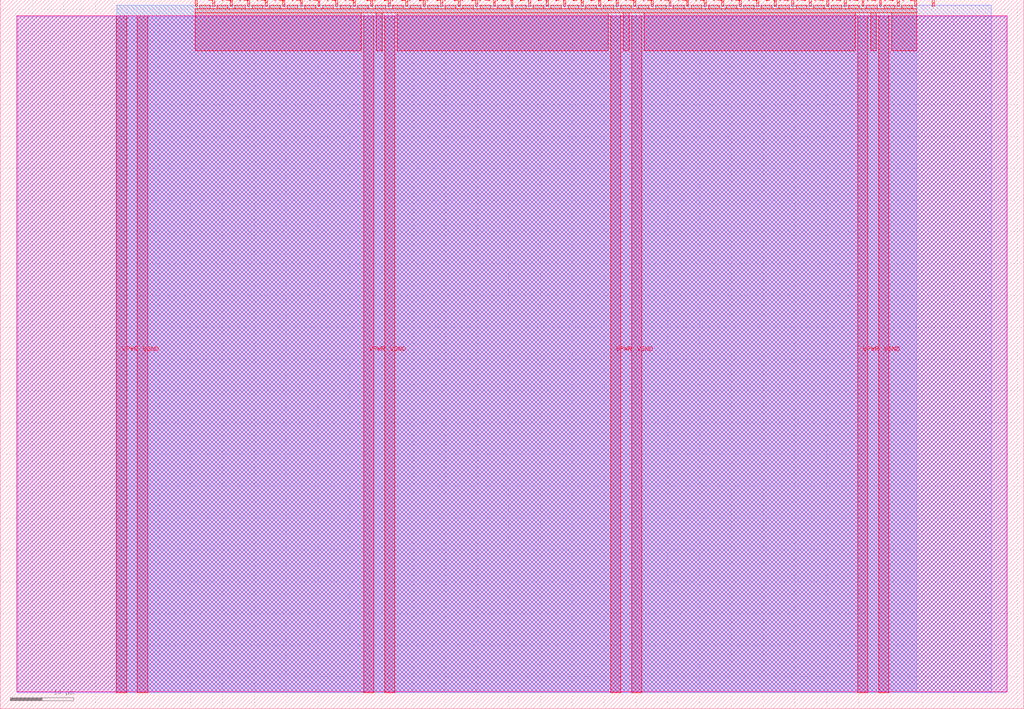
<source format=lef>
VERSION 5.7 ;
  NOWIREEXTENSIONATPIN ON ;
  DIVIDERCHAR "/" ;
  BUSBITCHARS "[]" ;
MACRO tt_um_richardgonzalez_ped_traff_light
  CLASS BLOCK ;
  FOREIGN tt_um_richardgonzalez_ped_traff_light ;
  ORIGIN 0.000 0.000 ;
  SIZE 161.000 BY 111.520 ;
  PIN VGND
    DIRECTION INOUT ;
    USE GROUND ;
    PORT
      LAYER met4 ;
        RECT 21.580 2.480 23.180 109.040 ;
    END
    PORT
      LAYER met4 ;
        RECT 60.450 2.480 62.050 109.040 ;
    END
    PORT
      LAYER met4 ;
        RECT 99.320 2.480 100.920 109.040 ;
    END
    PORT
      LAYER met4 ;
        RECT 138.190 2.480 139.790 109.040 ;
    END
  END VGND
  PIN VPWR
    DIRECTION INOUT ;
    USE POWER ;
    PORT
      LAYER met4 ;
        RECT 18.280 2.480 19.880 109.040 ;
    END
    PORT
      LAYER met4 ;
        RECT 57.150 2.480 58.750 109.040 ;
    END
    PORT
      LAYER met4 ;
        RECT 96.020 2.480 97.620 109.040 ;
    END
    PORT
      LAYER met4 ;
        RECT 134.890 2.480 136.490 109.040 ;
    END
  END VPWR
  PIN clk
    DIRECTION INPUT ;
    USE SIGNAL ;
    ANTENNAGATEAREA 0.852000 ;
    PORT
      LAYER met4 ;
        RECT 143.830 110.520 144.130 111.520 ;
    END
  END clk
  PIN ena
    DIRECTION INPUT ;
    USE SIGNAL ;
    PORT
      LAYER met4 ;
        RECT 146.590 110.520 146.890 111.520 ;
    END
  END ena
  PIN rst_n
    DIRECTION INPUT ;
    USE SIGNAL ;
    ANTENNAGATEAREA 0.196500 ;
    PORT
      LAYER met4 ;
        RECT 141.070 110.520 141.370 111.520 ;
    END
  END rst_n
  PIN ui_in[0]
    DIRECTION INPUT ;
    USE SIGNAL ;
    PORT
      LAYER met4 ;
        RECT 138.310 110.520 138.610 111.520 ;
    END
  END ui_in[0]
  PIN ui_in[1]
    DIRECTION INPUT ;
    USE SIGNAL ;
    PORT
      LAYER met4 ;
        RECT 135.550 110.520 135.850 111.520 ;
    END
  END ui_in[1]
  PIN ui_in[2]
    DIRECTION INPUT ;
    USE SIGNAL ;
    PORT
      LAYER met4 ;
        RECT 132.790 110.520 133.090 111.520 ;
    END
  END ui_in[2]
  PIN ui_in[3]
    DIRECTION INPUT ;
    USE SIGNAL ;
    PORT
      LAYER met4 ;
        RECT 130.030 110.520 130.330 111.520 ;
    END
  END ui_in[3]
  PIN ui_in[4]
    DIRECTION INPUT ;
    USE SIGNAL ;
    PORT
      LAYER met4 ;
        RECT 127.270 110.520 127.570 111.520 ;
    END
  END ui_in[4]
  PIN ui_in[5]
    DIRECTION INPUT ;
    USE SIGNAL ;
    PORT
      LAYER met4 ;
        RECT 124.510 110.520 124.810 111.520 ;
    END
  END ui_in[5]
  PIN ui_in[6]
    DIRECTION INPUT ;
    USE SIGNAL ;
    PORT
      LAYER met4 ;
        RECT 121.750 110.520 122.050 111.520 ;
    END
  END ui_in[6]
  PIN ui_in[7]
    DIRECTION INPUT ;
    USE SIGNAL ;
    PORT
      LAYER met4 ;
        RECT 118.990 110.520 119.290 111.520 ;
    END
  END ui_in[7]
  PIN uio_in[0]
    DIRECTION INPUT ;
    USE SIGNAL ;
    PORT
      LAYER met4 ;
        RECT 116.230 110.520 116.530 111.520 ;
    END
  END uio_in[0]
  PIN uio_in[1]
    DIRECTION INPUT ;
    USE SIGNAL ;
    PORT
      LAYER met4 ;
        RECT 113.470 110.520 113.770 111.520 ;
    END
  END uio_in[1]
  PIN uio_in[2]
    DIRECTION INPUT ;
    USE SIGNAL ;
    PORT
      LAYER met4 ;
        RECT 110.710 110.520 111.010 111.520 ;
    END
  END uio_in[2]
  PIN uio_in[3]
    DIRECTION INPUT ;
    USE SIGNAL ;
    PORT
      LAYER met4 ;
        RECT 107.950 110.520 108.250 111.520 ;
    END
  END uio_in[3]
  PIN uio_in[4]
    DIRECTION INPUT ;
    USE SIGNAL ;
    PORT
      LAYER met4 ;
        RECT 105.190 110.520 105.490 111.520 ;
    END
  END uio_in[4]
  PIN uio_in[5]
    DIRECTION INPUT ;
    USE SIGNAL ;
    PORT
      LAYER met4 ;
        RECT 102.430 110.520 102.730 111.520 ;
    END
  END uio_in[5]
  PIN uio_in[6]
    DIRECTION INPUT ;
    USE SIGNAL ;
    PORT
      LAYER met4 ;
        RECT 99.670 110.520 99.970 111.520 ;
    END
  END uio_in[6]
  PIN uio_in[7]
    DIRECTION INPUT ;
    USE SIGNAL ;
    PORT
      LAYER met4 ;
        RECT 96.910 110.520 97.210 111.520 ;
    END
  END uio_in[7]
  PIN uio_oe[0]
    DIRECTION OUTPUT ;
    USE SIGNAL ;
    PORT
      LAYER met4 ;
        RECT 49.990 110.520 50.290 111.520 ;
    END
  END uio_oe[0]
  PIN uio_oe[1]
    DIRECTION OUTPUT ;
    USE SIGNAL ;
    PORT
      LAYER met4 ;
        RECT 47.230 110.520 47.530 111.520 ;
    END
  END uio_oe[1]
  PIN uio_oe[2]
    DIRECTION OUTPUT ;
    USE SIGNAL ;
    PORT
      LAYER met4 ;
        RECT 44.470 110.520 44.770 111.520 ;
    END
  END uio_oe[2]
  PIN uio_oe[3]
    DIRECTION OUTPUT ;
    USE SIGNAL ;
    PORT
      LAYER met4 ;
        RECT 41.710 110.520 42.010 111.520 ;
    END
  END uio_oe[3]
  PIN uio_oe[4]
    DIRECTION OUTPUT ;
    USE SIGNAL ;
    PORT
      LAYER met4 ;
        RECT 38.950 110.520 39.250 111.520 ;
    END
  END uio_oe[4]
  PIN uio_oe[5]
    DIRECTION OUTPUT ;
    USE SIGNAL ;
    PORT
      LAYER met4 ;
        RECT 36.190 110.520 36.490 111.520 ;
    END
  END uio_oe[5]
  PIN uio_oe[6]
    DIRECTION OUTPUT ;
    USE SIGNAL ;
    PORT
      LAYER met4 ;
        RECT 33.430 110.520 33.730 111.520 ;
    END
  END uio_oe[6]
  PIN uio_oe[7]
    DIRECTION OUTPUT ;
    USE SIGNAL ;
    PORT
      LAYER met4 ;
        RECT 30.670 110.520 30.970 111.520 ;
    END
  END uio_oe[7]
  PIN uio_out[0]
    DIRECTION OUTPUT ;
    USE SIGNAL ;
    PORT
      LAYER met4 ;
        RECT 72.070 110.520 72.370 111.520 ;
    END
  END uio_out[0]
  PIN uio_out[1]
    DIRECTION OUTPUT ;
    USE SIGNAL ;
    PORT
      LAYER met4 ;
        RECT 69.310 110.520 69.610 111.520 ;
    END
  END uio_out[1]
  PIN uio_out[2]
    DIRECTION OUTPUT ;
    USE SIGNAL ;
    PORT
      LAYER met4 ;
        RECT 66.550 110.520 66.850 111.520 ;
    END
  END uio_out[2]
  PIN uio_out[3]
    DIRECTION OUTPUT ;
    USE SIGNAL ;
    PORT
      LAYER met4 ;
        RECT 63.790 110.520 64.090 111.520 ;
    END
  END uio_out[3]
  PIN uio_out[4]
    DIRECTION OUTPUT ;
    USE SIGNAL ;
    PORT
      LAYER met4 ;
        RECT 61.030 110.520 61.330 111.520 ;
    END
  END uio_out[4]
  PIN uio_out[5]
    DIRECTION OUTPUT ;
    USE SIGNAL ;
    PORT
      LAYER met4 ;
        RECT 58.270 110.520 58.570 111.520 ;
    END
  END uio_out[5]
  PIN uio_out[6]
    DIRECTION OUTPUT ;
    USE SIGNAL ;
    PORT
      LAYER met4 ;
        RECT 55.510 110.520 55.810 111.520 ;
    END
  END uio_out[6]
  PIN uio_out[7]
    DIRECTION OUTPUT ;
    USE SIGNAL ;
    PORT
      LAYER met4 ;
        RECT 52.750 110.520 53.050 111.520 ;
    END
  END uio_out[7]
  PIN uo_out[0]
    DIRECTION OUTPUT ;
    USE SIGNAL ;
    ANTENNADIFFAREA 0.445500 ;
    PORT
      LAYER met4 ;
        RECT 94.150 110.520 94.450 111.520 ;
    END
  END uo_out[0]
  PIN uo_out[1]
    DIRECTION OUTPUT ;
    USE SIGNAL ;
    ANTENNADIFFAREA 0.445500 ;
    PORT
      LAYER met4 ;
        RECT 91.390 110.520 91.690 111.520 ;
    END
  END uo_out[1]
  PIN uo_out[2]
    DIRECTION OUTPUT ;
    USE SIGNAL ;
    ANTENNAGATEAREA 0.868500 ;
    ANTENNADIFFAREA 1.320000 ;
    PORT
      LAYER met4 ;
        RECT 88.630 110.520 88.930 111.520 ;
    END
  END uo_out[2]
  PIN uo_out[3]
    DIRECTION OUTPUT ;
    USE SIGNAL ;
    ANTENNAGATEAREA 0.373500 ;
    ANTENNADIFFAREA 1.320000 ;
    PORT
      LAYER met4 ;
        RECT 85.870 110.520 86.170 111.520 ;
    END
  END uo_out[3]
  PIN uo_out[4]
    DIRECTION OUTPUT ;
    USE SIGNAL ;
    PORT
      LAYER met4 ;
        RECT 83.110 110.520 83.410 111.520 ;
    END
  END uo_out[4]
  PIN uo_out[5]
    DIRECTION OUTPUT ;
    USE SIGNAL ;
    PORT
      LAYER met4 ;
        RECT 80.350 110.520 80.650 111.520 ;
    END
  END uo_out[5]
  PIN uo_out[6]
    DIRECTION OUTPUT ;
    USE SIGNAL ;
    PORT
      LAYER met4 ;
        RECT 77.590 110.520 77.890 111.520 ;
    END
  END uo_out[6]
  PIN uo_out[7]
    DIRECTION OUTPUT ;
    USE SIGNAL ;
    PORT
      LAYER met4 ;
        RECT 74.830 110.520 75.130 111.520 ;
    END
  END uo_out[7]
  OBS
      LAYER nwell ;
        RECT 2.570 2.635 158.430 108.990 ;
      LAYER li1 ;
        RECT 2.760 2.635 158.240 108.885 ;
      LAYER met1 ;
        RECT 2.760 2.480 158.240 109.040 ;
      LAYER met2 ;
        RECT 18.310 2.535 155.840 110.685 ;
      LAYER met3 ;
        RECT 18.290 2.555 144.170 110.665 ;
      LAYER met4 ;
        RECT 31.370 110.120 33.030 110.665 ;
        RECT 34.130 110.120 35.790 110.665 ;
        RECT 36.890 110.120 38.550 110.665 ;
        RECT 39.650 110.120 41.310 110.665 ;
        RECT 42.410 110.120 44.070 110.665 ;
        RECT 45.170 110.120 46.830 110.665 ;
        RECT 47.930 110.120 49.590 110.665 ;
        RECT 50.690 110.120 52.350 110.665 ;
        RECT 53.450 110.120 55.110 110.665 ;
        RECT 56.210 110.120 57.870 110.665 ;
        RECT 58.970 110.120 60.630 110.665 ;
        RECT 61.730 110.120 63.390 110.665 ;
        RECT 64.490 110.120 66.150 110.665 ;
        RECT 67.250 110.120 68.910 110.665 ;
        RECT 70.010 110.120 71.670 110.665 ;
        RECT 72.770 110.120 74.430 110.665 ;
        RECT 75.530 110.120 77.190 110.665 ;
        RECT 78.290 110.120 79.950 110.665 ;
        RECT 81.050 110.120 82.710 110.665 ;
        RECT 83.810 110.120 85.470 110.665 ;
        RECT 86.570 110.120 88.230 110.665 ;
        RECT 89.330 110.120 90.990 110.665 ;
        RECT 92.090 110.120 93.750 110.665 ;
        RECT 94.850 110.120 96.510 110.665 ;
        RECT 97.610 110.120 99.270 110.665 ;
        RECT 100.370 110.120 102.030 110.665 ;
        RECT 103.130 110.120 104.790 110.665 ;
        RECT 105.890 110.120 107.550 110.665 ;
        RECT 108.650 110.120 110.310 110.665 ;
        RECT 111.410 110.120 113.070 110.665 ;
        RECT 114.170 110.120 115.830 110.665 ;
        RECT 116.930 110.120 118.590 110.665 ;
        RECT 119.690 110.120 121.350 110.665 ;
        RECT 122.450 110.120 124.110 110.665 ;
        RECT 125.210 110.120 126.870 110.665 ;
        RECT 127.970 110.120 129.630 110.665 ;
        RECT 130.730 110.120 132.390 110.665 ;
        RECT 133.490 110.120 135.150 110.665 ;
        RECT 136.250 110.120 137.910 110.665 ;
        RECT 139.010 110.120 140.670 110.665 ;
        RECT 141.770 110.120 143.430 110.665 ;
        RECT 30.655 109.440 144.145 110.120 ;
        RECT 30.655 103.535 56.750 109.440 ;
        RECT 59.150 103.535 60.050 109.440 ;
        RECT 62.450 103.535 95.620 109.440 ;
        RECT 98.020 103.535 98.920 109.440 ;
        RECT 101.320 103.535 134.490 109.440 ;
        RECT 136.890 103.535 137.790 109.440 ;
        RECT 140.190 103.535 144.145 109.440 ;
  END
END tt_um_richardgonzalez_ped_traff_light
END LIBRARY


</source>
